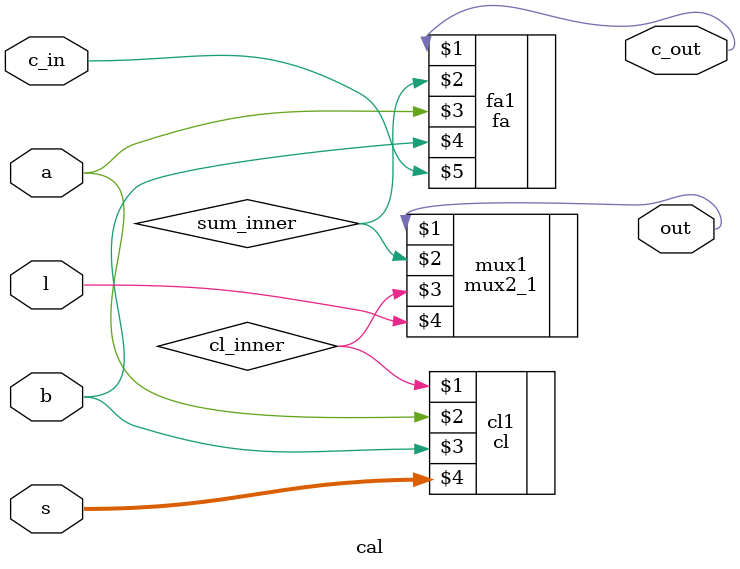
<source format=v>
module cal (output wire out, c_out, input wire a, b, l, c_in, input wire [1:0] s);

	// sum_inner: salida del full adder (fa), 
	// cl_inne: salida de la celda lógica (cl)
	wire sum_inner, cl_inner;	

	fa fa1 (c_out, sum_inner, a, b, c_in);
	cl cl1 (cl_inner, a, b, s);
	
	// mux 2 a 1, 
	// si l=1, cl_int -> out
	// si l=0, sum_int -> out
	// assign out = l ? cl_inner : sum_inner;
	mux2_1 mux1(out, sum_inner, cl_inner, l);

endmodule
</source>
